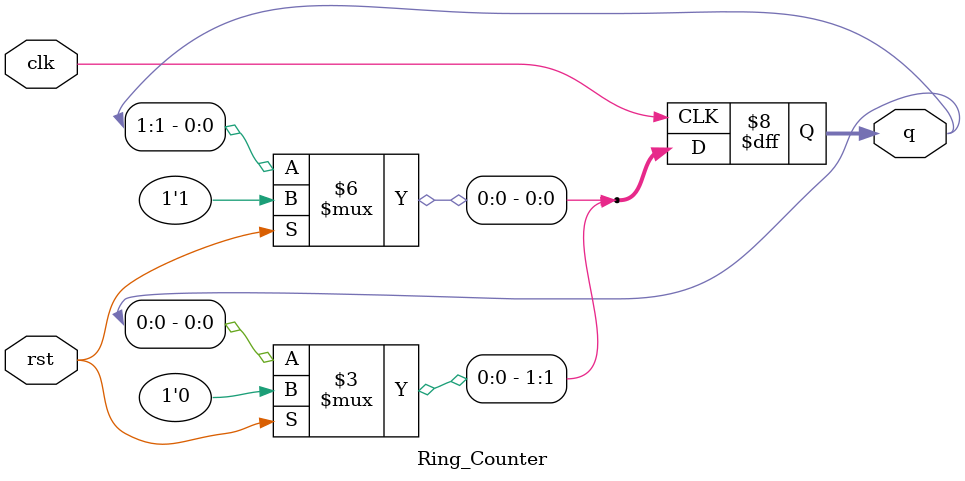
<source format=v>
module Ring_Counter(
	input clk,
	input rst,
	output reg [1:0]q
);

always@(posedge clk) begin
	if (rst) q<=2'b01;
	else begin
	q[1]<=q[0];
	q[0]<=q[1];

end


end
endmodule

</source>
